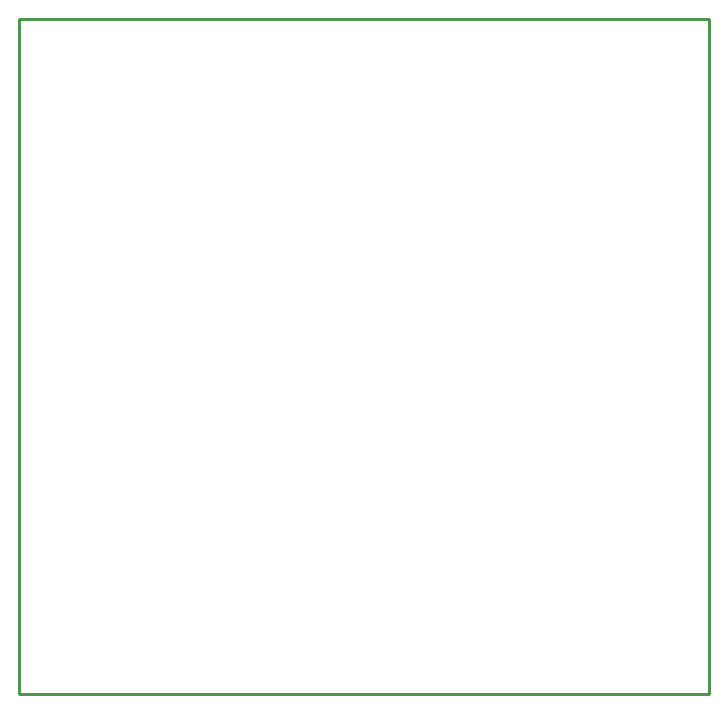
<source format=gbr>
G04 EAGLE Gerber RS-274X export*
G75*
%MOMM*%
%FSLAX34Y34*%
%LPD*%
%IN*%
%IPPOS*%
%AMOC8*
5,1,8,0,0,1.08239X$1,22.5*%
G01*
%ADD10C,0.254000*%


D10*
X0Y0D02*
X584200Y0D01*
X584200Y571500D01*
X0Y571500D01*
X0Y0D01*
M02*

</source>
